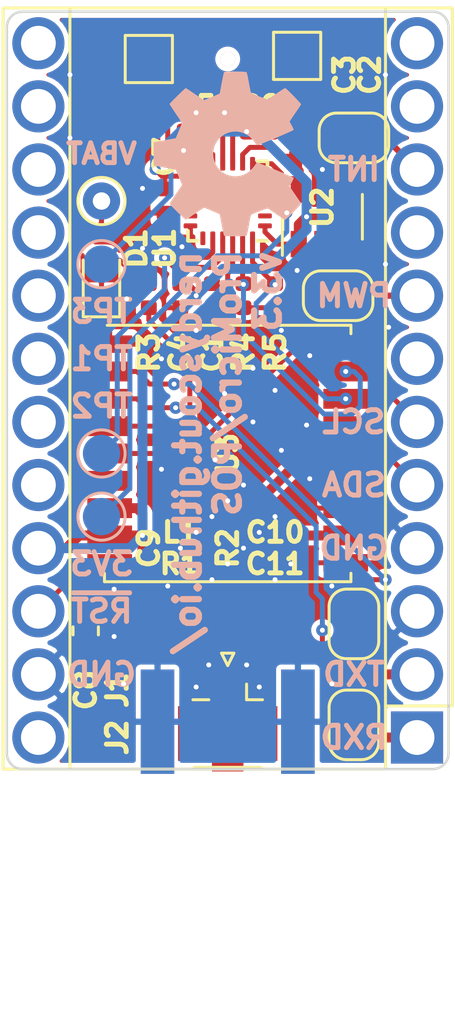
<source format=kicad_pcb>
(kicad_pcb (version 20171130) (host pcbnew 5.1.5)
  (title_block (title ProMicro_POS) (date 2020-11-19) (rev v3.3) (company nerdyscout))
  (layers (0 F.Cu mixed) (1 In1.Cu signal) (2 In2.Cu signal) (31 B.Cu mixed) (34 B.Paste user) (35 F.Paste user) (36 B.SilkS user) (37 F.SilkS user) (38 B.Mask user) (39 F.Mask user) (44 Edge.Cuts user))
  (net 0 "")
  (net 1 GND)
  (net 2 +3V3)
  (net 3 "Net-(L1-Pad1)")
  (net 4 "Net-(D1-Pad2)")
  (net 5 "Net-(C5-Pad1)")
  (net 6 "Net-(R1-Pad2)")
  (net 7 "Net-(TP1-Pad1)")
  (net 8 "Net-(TP2-Pad1)")
  (net 9 "Net-(TP3-Pad1)")
  (net 10 "Net-(JP1-Pad1)")
  (net 11 "Net-(JP2-Pad1)")
  (net 12 +1V8)
  (net 13 "Net-(C10-Pad1)")
  (net 14 "Net-(C11-Pad1)")
  (net 15 "Net-(JP3-Pad1)")
  (net 16 "Net-(JP4-Pad2)")
  (net 17 "Net-(R3-Pad2)")
  (net 18 "Net-(TP4-Pad1)")
  (net 19 RXD)
  (net 20 TXD)
  (net 21 SDA)
  (net 22 SCL)
  (net 23 PWM)
  (net 24 ~RST)
  (net 25 "Net-(A1-Pad13)")
  (net 26 "Net-(A1-Pad14)")
  (net 27 "Net-(A1-Pad15)")
  (net 28 "Net-(A1-Pad16)")
  (net 29 "Net-(A1-Pad7)")
  (net 30 "Net-(A1-Pad17)")
  (net 31 "Net-(A1-Pad18)")
  (net 32 "Net-(A1-Pad9)")
  (net 33 "Net-(A1-Pad19)")
  (net 34 INT)
  (net 35 "Net-(A1-Pad20)")
  (net 36 "Net-(A1-Pad11)")
  (net 37 "Net-(A1-Pad12)")
  (net 38 +5V)
  (net 39 "Net-(U2-Pad4)")
  (net 40 "Net-(U3-Pad13)")
  (net 41 "Net-(U3-Pad15)")
  (net 42 "Net-(U3-Pad18)")
  (module Symbol:OSHW-Symbol_6.7x6mm_SilkScreen (layer B.Cu) (at 144.78 78.105 270)
    (fp_text reference LOGO1 hide)
    (fp_text value Logo_Open_Hardware_Small hide)
  )
  (module Module:Sparkfun_Pro_Micro (layer F.Cu) (at 152.4 101.6 180)
    (fp_text reference A1 hide)
    (fp_text value Sparkfun_Pro_Micro)
    (pad 1 thru_hole rect (at 0 0 180) (size 2.1 2.1) (drill 1.4) (layers *.Cu *.Mask) (net 19 RXD))
    (pad 2 thru_hole circle (at 0 2.54 180) (size 2.1 2.1) (drill 1.4) (layers *.Cu *.Mask) (net 20 TXD))
    (pad 3 thru_hole circle (at 0 5.08 180) (size 2.1 2.1) (drill 1.4) (layers *.Cu *.Mask) (net 1 GND))
    (pad 13 thru_hole circle (at 15.24 27.94 180) (size 2.1 2.1) (drill 1.4) (layers *.Cu *.Mask) (net 25 "Net-(A1-Pad13)"))
    (pad 4 thru_hole circle (at 0 7.62 180) (size 2.1 2.1) (drill 1.4) (layers *.Cu *.Mask) (net 1 GND))
    (pad 14 thru_hole circle (at 15.24 25.4 180) (size 2.1 2.1) (drill 1.4) (layers *.Cu *.Mask) (net 26 "Net-(A1-Pad14)"))
    (pad 5 thru_hole circle (at 0 10.16 180) (size 2.1 2.1) (drill 1.4) (layers *.Cu *.Mask) (net 21 SDA))
    (pad 15 thru_hole circle (at 15.24 22.86 180) (size 2.1 2.1) (drill 1.4) (layers *.Cu *.Mask) (net 27 "Net-(A1-Pad15)"))
    (pad 6 thru_hole circle (at 0 12.7 180) (size 2.1 2.1) (drill 1.4) (layers *.Cu *.Mask) (net 22 SCL))
    (pad 16 thru_hole circle (at 15.24 20.32 180) (size 2.1 2.1) (drill 1.4) (layers *.Cu *.Mask) (net 28 "Net-(A1-Pad16)"))
    (pad 7 thru_hole circle (at 0 15.24 180) (size 2.1 2.1) (drill 1.4) (layers *.Cu *.Mask) (net 29 "Net-(A1-Pad7)"))
    (pad 17 thru_hole circle (at 15.24 17.78 180) (size 2.1 2.1) (drill 1.4) (layers *.Cu *.Mask) (net 30 "Net-(A1-Pad17)"))
    (pad 8 thru_hole circle (at 0 17.78 180) (size 2.1 2.1) (drill 1.4) (layers *.Cu *.Mask) (net 23 PWM))
    (pad 18 thru_hole circle (at 15.24 15.24 180) (size 2.1 2.1) (drill 1.4) (layers *.Cu *.Mask) (net 31 "Net-(A1-Pad18)"))
    (pad 9 thru_hole circle (at 0 20.32 180) (size 2.1 2.1) (drill 1.4) (layers *.Cu *.Mask) (net 32 "Net-(A1-Pad9)"))
    (pad 19 thru_hole circle (at 15.24 12.7 180) (size 2.1 2.1) (drill 1.4) (layers *.Cu *.Mask) (net 33 "Net-(A1-Pad19)"))
    (pad 10 thru_hole circle (at 0 22.86 180) (size 2.1 2.1) (drill 1.4) (layers *.Cu *.Mask) (net 34 INT))
    (pad 20 thru_hole circle (at 15.24 10.16 180) (size 2.1 2.1) (drill 1.4) (layers *.Cu *.Mask) (net 35 "Net-(A1-Pad20)"))
    (pad 11 thru_hole circle (at 0 25.4 180) (size 2.1 2.1) (drill 1.4) (layers *.Cu *.Mask) (net 36 "Net-(A1-Pad11)"))
    (pad 21 thru_hole circle (at 15.24 7.62 180) (size 2.1 2.1) (drill 1.4) (layers *.Cu *.Mask) (net 2 +3V3))
    (pad 12 thru_hole circle (at 0 27.94 180) (size 2.1 2.1) (drill 1.4) (layers *.Cu *.Mask) (net 37 "Net-(A1-Pad12)"))
    (pad 22 thru_hole circle (at 15.24 5.08 180) (size 2.1 2.1) (drill 1.4) (layers *.Cu *.Mask) (net 24 ~RST))
    (pad 23 thru_hole circle (at 15.24 2.54 180) (size 2.1 2.1) (drill 1.4) (layers *.Cu *.Mask) (net 1 GND))
    (pad 24 thru_hole circle (at 15.24 0 180) (size 2.1 2.1) (drill 1.4) (layers *.Cu *.Mask) (net 38 +5V))
  )
  (module Resistor_SMD:R_0402_1005Metric (layer F.Cu) (at 146.685 83.82 90)
    (fp_text reference R5 (at -2.286 0 90) (layer F.SilkS) (effects (font (size 0.8 0.8) (thickness 0.2))))
    (fp_text value 4k7 hide)
    (pad 2 smd roundrect (at 0.485 0 90) (size 0.59 0.64) (layers F.Cu F.Paste F.Mask) (net 21 SDA))
    (pad 1 smd roundrect (at -0.485 0 90) (size 0.59 0.64) (layers F.Cu F.Paste F.Mask) (net 2 +3V3))
  )
  (module Resistor_SMD:R_0402_1005Metric (layer F.Cu) (at 145.415 83.82 90)
    (fp_text reference R4 (at -2.286 0 90) (layer F.SilkS) (effects (font (size 0.8 0.8) (thickness 0.2))))
    (fp_text value 4k7 hide)
    (pad 2 smd roundrect (at 0.485 0 90) (size 0.59 0.64) (layers F.Cu F.Paste F.Mask) (net 22 SCL))
    (pad 1 smd roundrect (at -0.485 0 90) (size 0.59 0.64) (layers F.Cu F.Paste F.Mask) (net 2 +3V3))
  )
  (module MountingHole:MountingHole_2.1mm (layer F.Cu) (at 144.78 74.295)
    (fp_text reference H2 hide)
    (fp_text value MountingHole hide)
    (pad "" thru_hole circle (at 0 0) (size 0.6 0.6) (drill 0.6) (layers *.Cu *.Mask))
  )
  (module Package_TO_SOT_SMD:SOT-23-5 (layer F.Cu) (at 148.59 80.645 90)
    (fp_text reference U2 (at 0.381 0 270) (layer F.SilkS) (effects (font (size 0.8 0.8) (thickness 0.2))))
    (fp_text value AP2112K-1.8 hide)
    (pad 5 smd rect (at 1.1 -0.95 90) (size 1.06 0.65) (layers F.Cu F.Paste F.Mask) (net 12 +1V8))
    (pad 4 smd rect (at 1.1 0.95 90) (size 1.06 0.65) (layers F.Cu F.Paste F.Mask) (net 39 "Net-(U2-Pad4)"))
    (pad 3 smd rect (at -1.1 0.95 90) (size 1.06 0.65) (layers F.Cu F.Paste F.Mask) (net 2 +3V3))
    (pad 2 smd rect (at -1.1 0 90) (size 1.06 0.65) (layers F.Cu F.Paste F.Mask) (net 1 GND))
    (pad 1 smd rect (at -1.1 -0.95 90) (size 1.06 0.65) (layers F.Cu F.Paste F.Mask) (net 2 +3V3))
  )
  (module Capacitor_SMD:C_0402_1005Metric (layer F.Cu) (at 147.574 77.724 90)
    (fp_text reference C3 (at 2.794 1.905 270) (layer F.SilkS) (effects (font (size 0.8 0.8) (thickness 0.2))))
    (fp_text value 100n hide)
    (pad 2 smd roundrect (at 0.485 0 90) (size 0.59 0.64) (layers F.Cu F.Paste F.Mask) (net 1 GND))
    (pad 1 smd roundrect (at -0.485 0 90) (size 0.59 0.64) (layers F.Cu F.Paste F.Mask) (net 12 +1V8))
  )
  (module Capacitor_SMD:C_0402_1005Metric (layer F.Cu) (at 150.876 80.01 90)
    (fp_text reference C2 (at 5.08 -0.381 90) (layer F.SilkS) (effects (font (size 0.8 0.8) (thickness 0.2))))
    (fp_text value 100n hide)
    (pad 2 smd roundrect (at 0.485 0 90) (size 0.59 0.64) (layers F.Cu F.Paste F.Mask) (net 1 GND))
    (pad 1 smd roundrect (at -0.485 0 90) (size 0.59 0.64) (layers F.Cu F.Paste F.Mask) (net 2 +3V3))
  )
  (module Capacitor_SMD:C_0402_1005Metric (layer F.Cu) (at 144.145 83.82 270)
    (fp_text reference C1 (at 2.286 0 270) (layer F.SilkS) (effects (font (size 0.8 0.8) (thickness 0.2))))
    (fp_text value 100n hide)
    (pad 2 smd roundrect (at 0.485 0 270) (size 0.59 0.64) (layers F.Cu F.Paste F.Mask) (net 1 GND))
    (pad 1 smd roundrect (at -0.485 0 270) (size 0.59 0.64) (layers F.Cu F.Paste F.Mask) (net 2 +3V3))
  )
  (module TestPoint:TestPoint_Pad_D1.5mm (layer B.Cu) (at 139.7 92.71)
    (fp_text reference TP2 (at 0 -4.445) (layer B.SilkS) (effects (font (size 0.9 0.9) (thickness 0.2)) (justify mirror)))
    (fp_text value AUX_SCL hide)
    (pad 1 smd circle (at 0 0) (size 1.5 1.5) (layers B.Cu B.Mask) (net 8 "Net-(TP2-Pad1)"))
  )
  (module TestPoint:TestPoint_Pad_D1.5mm (layer B.Cu) (at 139.7 90.17)
    (fp_text reference TP1 (at 0 -3.81) (layer B.SilkS) (effects (font (size 0.9 0.9) (thickness 0.2)) (justify mirror)))
    (fp_text value AUX_SDA hide)
    (pad 1 smd circle (at 0 0) (size 1.5 1.5) (layers B.Cu B.Mask) (net 7 "Net-(TP1-Pad1)"))
  )
  (module TestPoint:TestPoint_Pad_D1.5mm (layer B.Cu) (at 139.7 82.55)
    (fp_text reference TP3 (at 0 1.905 180) (layer B.SilkS) (effects (font (size 0.9 0.9) (thickness 0.2)) (justify mirror)))
    (fp_text value FSYNC hide)
    (pad 1 smd circle (at 0 0) (size 1.5 1.5) (layers B.Cu B.Mask) (net 9 "Net-(TP3-Pad1)"))
  )
  (module TestPoint:TestPoint_THTPad_D1.5mm_Drill0.7mm (layer F.Cu) (at 139.7 80.01)
    (fp_text reference TP4 hide)
    (fp_text value VBAT (at 0 -1.905 -180) (layer B.SilkS) (effects (font (size 0.8 0.8) (thickness 0.2)) (justify mirror)))
    (pad 1 thru_hole circle (at 0 0) (size 1.5 1.5) (drill 0.7) (layers *.Cu *.Mask) (net 18 "Net-(TP4-Pad1)"))
  )
  (module Jumper:SolderJumper-2_P1.3mm_Open_RoundedPad1.0x1.5mm (layer F.Cu) (at 149.86 77.47)
    (fp_text reference JP1 hide)
    (fp_text value SolderJumper_2_Open hide)
    (pad 2 smd custom (at 0.65 0) (size 1 0.5) (layers F.Cu F.Mask) (net 34 INT) (options (clearance outline) (anchor rect)) (primitives (gr_circle (center 0 0.25) (end 0.5 0.25) (width 0)) (gr_circle (center 0 -0.25) (end 0.5 -0.25) (width 0)) (gr_poly (pts (xy 0 -0.75) (xy -0.5 -0.75) (xy -0.5 0.75) (xy 0 0.75)) (width 0))))
    (pad 1 smd custom (at -0.65 0) (size 1 0.5) (layers F.Cu F.Mask) (net 10 "Net-(JP1-Pad1)") (options (clearance outline) (anchor rect)) (primitives (gr_circle (center 0 0.25) (end 0.5 0.25) (width 0)) (gr_circle (center 0 -0.25) (end 0.5 -0.25) (width 0)) (gr_poly (pts (xy 0 -0.75) (xy 0.5 -0.75) (xy 0.5 0.75) (xy 0 0.75)) (width 0))))
  )
  (module Jumper:SolderJumper-2_P1.3mm_Bridged_RoundedPad1.0x1.5mm (layer F.Cu) (at 149.86 97.028 270)
    (fp_text reference JP3 hide)
    (fp_text value Jumper_NC_Small hide)
    (fp_poly (pts (xy 0.25 -0.3) (xy -0.25 -0.3) (xy -0.25 0.3) (xy 0.25 0.3)) (layer F.Cu) (width 0))
    (pad 1 smd custom (at -0.65 0 270) (size 1 0.5) (layers F.Cu F.Mask) (net 15 "Net-(JP3-Pad1)") (options (clearance outline) (anchor rect)) (primitives (gr_circle (center 0 0.25) (end 0.5 0.25) (width 0)) (gr_circle (center 0 -0.25) (end 0.5 -0.25) (width 0)) (gr_poly (pts (xy 0 -0.75) (xy 0.5 -0.75) (xy 0.5 0.75) (xy 0 0.75)) (width 0))))
    (pad 2 smd custom (at 0.65 0 270) (size 1 0.5) (layers F.Cu F.Mask) (net 20 TXD) (options (clearance outline) (anchor rect)) (primitives (gr_circle (center 0 0.25) (end 0.5 0.25) (width 0)) (gr_circle (center 0 -0.25) (end 0.5 -0.25) (width 0)) (gr_poly (pts (xy 0 -0.75) (xy -0.5 -0.75) (xy -0.5 0.75) (xy 0 0.75)) (width 0))))
  )
  (module Capacitor_SMD:C_0402_1005Metric (layer F.Cu) (at 142.875 83.82 270)
    (fp_text reference C4 (at 2.286 0 90) (layer F.SilkS) (effects (font (size 0.8 0.8) (thickness 0.2))))
    (fp_text value 100n hide)
    (pad 2 smd roundrect (at 0.485 0 270) (size 0.59 0.64) (layers F.Cu F.Paste F.Mask) (net 1 GND))
    (pad 1 smd roundrect (at -0.485 0 270) (size 0.59 0.64) (layers F.Cu F.Paste F.Mask) (net 2 +3V3))
  )
  (module Capacitor_SMD:C_0402_1005Metric (layer F.Cu) (at 142.24 80.01 270)
    (fp_text reference C7 (at -1.778 0 270) (layer F.SilkS) (effects (font (size 0.8 0.8) (thickness 0.2))))
    (fp_text value 100n hide)
    (pad 2 smd roundrect (at 0.485 0 270) (size 0.59 0.64) (layers F.Cu F.Paste F.Mask) (net 1 GND))
    (pad 1 smd roundrect (at -0.485 0 270) (size 0.59 0.64) (layers F.Cu F.Paste F.Mask) (net 2 +3V3))
  )
  (module Capacitor_SMD:C_0402_1005Metric (layer F.Cu) (at 141.097 97.005 270)
    (fp_text reference C9 (at -3.025 -0.508 90) (layer F.SilkS) (effects (font (size 0.8 0.8) (thickness 0.2))))
    (fp_text value 100n hide)
    (pad 2 smd roundrect (at 0.485 0 270) (size 0.59 0.64) (layers F.Cu F.Paste F.Mask) (net 1 GND))
    (pad 1 smd roundrect (at -0.485 0 270) (size 0.59 0.64) (layers F.Cu F.Paste F.Mask) (net 2 +3V3))
  )
  (module Jumper:SolderJumper-2_P1.3mm_Open_RoundedPad1.0x1.5mm (layer F.Cu) (at 149.225 83.82 180)
    (fp_text reference JP4 hide)
    (fp_text value SolderJumper_2_Open hide)
    (pad 2 smd custom (at 0.65 0 180) (size 1 0.5) (layers F.Cu F.Mask) (net 16 "Net-(JP4-Pad2)") (options (clearance outline) (anchor rect)) (primitives (gr_circle (center 0 0.25) (end 0.5 0.25) (width 0)) (gr_circle (center 0 -0.25) (end 0.5 -0.25) (width 0)) (gr_poly (pts (xy 0 -0.75) (xy -0.5 -0.75) (xy -0.5 0.75) (xy 0 0.75)) (width 0))))
    (pad 1 smd custom (at -0.65 0 180) (size 1 0.5) (layers F.Cu F.Mask) (net 23 PWM) (options (clearance outline) (anchor rect)) (primitives (gr_circle (center 0 0.25) (end 0.5 0.25) (width 0)) (gr_circle (center 0 -0.25) (end 0.5 -0.25) (width 0)) (gr_poly (pts (xy 0 -0.75) (xy 0.5 -0.75) (xy 0.5 0.75) (xy 0 0.75)) (width 0))))
  )
  (module TestPoint:TestPoint_Pad_1.5x1.5mm (layer F.Cu) (at 147.574 74.168 90)
    (fp_text reference TP6 hide)
    (fp_text value TestPoint hide)
    (pad 1 smd rect (at 0 0 90) (size 1.5 1.5) (layers F.Cu F.Mask) (net 1 GND))
  )
  (module TestPoint:TestPoint_Pad_1.5x1.5mm (layer F.Cu) (at 141.605 74.295)
    (fp_text reference TP5 hide)
    (fp_text value TestPoint hide)
    (pad 1 smd rect (at 0 0) (size 1.5 1.5) (layers F.Cu F.Mask) (net 1 GND))
  )
  (module Capacitor_SMD:C_0402_1005Metric (layer F.Cu) (at 146.05 77.216)
    (fp_text reference C6 (at 0 -1.016 180) (layer F.SilkS) (effects (font (size 0.8 0.8) (thickness 0.2))))
    (fp_text value 10n hide)
    (pad 2 smd roundrect (at 0.485 0) (size 0.59 0.64) (layers F.Cu F.Paste F.Mask) (net 1 GND))
    (pad 1 smd roundrect (at -0.485 0) (size 0.59 0.64) (layers F.Cu F.Paste F.Mask) (net 2 +3V3))
  )
  (module Capacitor_SMD:C_0402_1005Metric (layer F.Cu) (at 143.51 77.216 180)
    (fp_text reference C5 (at 0 1.016 180) (layer F.SilkS) (effects (font (size 0.8 0.8) (thickness 0.2))))
    (fp_text value 100n hide)
    (pad 2 smd roundrect (at 0.485 0 180) (size 0.59 0.64) (layers F.Cu F.Paste F.Mask) (net 1 GND))
    (pad 1 smd roundrect (at -0.485 0 180) (size 0.59 0.64) (layers F.Cu F.Paste F.Mask) (net 5 "Net-(C5-Pad1)"))
  )
  (module Sensor_Motion:InvenSense_QFN-24_3x3mm_P0.4mm (layer F.Cu) (at 144.78 80.01 180)
    (fp_text reference U1 (at 2.54 -1.905 270) (layer F.SilkS) (effects (font (size 0.8 0.8) (thickness 0.2))))
    (fp_text value MPU-9250 hide)
    (pad 24 smd roundrect (at -1 -1.5 270) (size 0.55 0.2) (layers F.Cu F.Paste F.Mask) (net 21 SDA))
    (pad 23 smd roundrect (at -0.6 -1.5 270) (size 0.55 0.2) (layers F.Cu F.Paste F.Mask) (net 22 SCL))
    (pad 22 smd roundrect (at -0.2 -1.5 270) (size 0.55 0.2) (layers F.Cu F.Paste F.Mask) (net 2 +3V3))
    (pad 21 smd roundrect (at 0.2 -1.5 270) (size 0.55 0.2) (layers F.Cu F.Paste F.Mask) (net 7 "Net-(TP1-Pad1)"))
    (pad 20 smd roundrect (at 0.6 -1.5 270) (size 0.55 0.2) (layers F.Cu F.Paste F.Mask) (net 1 GND))
    (pad 19 smd roundrect (at 1 -1.5 270) (size 0.55 0.2) (layers F.Cu F.Paste F.Mask))
    (pad 18 smd roundrect (at 1.5 -1 180) (size 0.55 0.2) (layers F.Cu F.Paste F.Mask) (net 1 GND))
    (pad 17 smd roundrect (at 1.5 -0.6 180) (size 0.55 0.2) (layers F.Cu F.Paste F.Mask))
    (pad 16 smd roundrect (at 1.5 -0.2 180) (size 0.55 0.2) (layers F.Cu F.Paste F.Mask))
    (pad 15 smd roundrect (at 1.5 0.2 180) (size 0.55 0.2) (layers F.Cu F.Paste F.Mask))
    (pad 14 smd roundrect (at 1.5 0.6 180) (size 0.55 0.2) (layers F.Cu F.Paste F.Mask))
    (pad 13 smd roundrect (at 1.5 1 180) (size 0.55 0.2) (layers F.Cu F.Paste F.Mask) (net 2 +3V3))
    (pad 12 smd roundrect (at 1 1.5 270) (size 0.55 0.2) (layers F.Cu F.Paste F.Mask) (net 10 "Net-(JP1-Pad1)"))
    (pad 11 smd roundrect (at 0.6 1.5 270) (size 0.55 0.2) (layers F.Cu F.Paste F.Mask) (net 9 "Net-(TP3-Pad1)"))
    (pad 10 smd roundrect (at 0.2 1.5 270) (size 0.55 0.2) (layers F.Cu F.Paste F.Mask) (net 5 "Net-(C5-Pad1)"))
    (pad 9 smd roundrect (at -0.2 1.5 270) (size 0.55 0.2) (layers F.Cu F.Paste F.Mask) (net 2 +3V3))
    (pad 8 smd roundrect (at -0.6 1.5 270) (size 0.55 0.2) (layers F.Cu F.Paste F.Mask) (net 12 +1V8))
    (pad 7 smd roundrect (at -1 1.5 270) (size 0.55 0.2) (layers F.Cu F.Paste F.Mask) (net 8 "Net-(TP2-Pad1)"))
    (pad 6 smd roundrect (at -1.5 1 180) (size 0.55 0.2) (layers F.Cu F.Paste F.Mask))
    (pad 5 smd roundrect (at -1.5 0.6 180) (size 0.55 0.2) (layers F.Cu F.Paste F.Mask))
    (pad 4 smd roundrect (at -1.5 0.2 180) (size 0.55 0.2) (layers F.Cu F.Paste F.Mask))
    (pad 3 smd roundrect (at -1.5 -0.2 180) (size 0.55 0.2) (layers F.Cu F.Paste F.Mask))
    (pad 2 smd roundrect (at -1.5 -0.6 180) (size 0.55 0.2) (layers F.Cu F.Paste F.Mask))
    (pad 1 smd roundrect (at -1.5 -1 180) (size 0.55 0.2) (layers F.Cu F.Paste F.Mask) (net 2 +3V3))
  )
  (module Jumper:SolderJumper-2_P1.3mm_Open_RoundedPad1.0x1.5mm (layer F.Cu) (at 149.86 101.092 270)
    (fp_text reference JP2 hide)
    (fp_text value Jumper_NO_Small hide)
    (pad 2 smd custom (at 0.65 0 270) (size 1 0.5) (layers F.Cu F.Mask) (net 19 RXD) (options (clearance outline) (anchor rect)) (primitives (gr_circle (center 0 0.25) (end 0.5 0.25) (width 0)) (gr_circle (center 0 -0.25) (end 0.5 -0.25) (width 0)) (gr_poly (pts (xy 0 -0.75) (xy -0.5 -0.75) (xy -0.5 0.75) (xy 0 0.75)) (width 0))))
    (pad 1 smd custom (at -0.65 0 270) (size 1 0.5) (layers F.Cu F.Mask) (net 11 "Net-(JP2-Pad1)") (options (clearance outline) (anchor rect)) (primitives (gr_circle (center 0 0.25) (end 0.5 0.25) (width 0)) (gr_circle (center 0 -0.25) (end 0.5 -0.25) (width 0)) (gr_poly (pts (xy 0 -0.75) (xy 0.5 -0.75) (xy 0.5 0.75) (xy 0 0.75)) (width 0))))
  )
  (module Connector_Coaxial:U.FL_Hirose_U.FL-R-SMT-1_Vertical (layer F.Cu) (at 144.78 100.965 270)
    (fp_text reference J1 (at -1.27 4.445 90) (layer F.SilkS) (effects (font (size 0.8 0.8) (thickness 0.2))))
    (fp_text value uFL)
    (pad 2 smd rect (at 0.475 -1.475 270) (size 2.2 1.05) (layers F.Cu F.Paste F.Mask) (net 1 GND))
    (pad 1 smd rect (at -1.05 0 270) (size 1.05 1) (layers F.Cu F.Paste F.Mask) (net 14 "Net-(C11-Pad1)"))
    (pad 2 smd rect (at 0.475 1.475 270) (size 2.2 1.05) (layers F.Cu F.Paste F.Mask) (net 1 GND))
  )
  (module Resistor_SMD:R_0402_1005Metric (layer F.Cu) (at 141.605 83.82 270)
    (fp_text reference R3 (at 2.286 0 90) (layer F.SilkS) (effects (font (size 0.8 0.8) (thickness 0.2))))
    (fp_text value 1k hide)
    (pad 2 smd roundrect (at 0.485 0 270) (size 0.59 0.64) (layers F.Cu F.Paste F.Mask) (net 17 "Net-(R3-Pad2)"))
    (pad 1 smd roundrect (at -0.485 0 270) (size 0.59 0.64) (layers F.Cu F.Paste F.Mask) (net 4 "Net-(D1-Pad2)"))
  )
  (module LED_SMD:LED_0603_1608Metric (layer F.Cu) (at 139.7 83.185 90)
    (fp_text reference D1 (at 1.27 1.397 270) (layer F.SilkS) (effects (font (size 0.8 0.8) (thickness 0.2))))
    (fp_text value LED hide)
    (pad 2 smd roundrect (at 0.7875 0 90) (size 0.875 0.95) (layers F.Cu F.Paste F.Mask) (net 4 "Net-(D1-Pad2)"))
    (pad 1 smd roundrect (at -0.7875 0 90) (size 0.875 0.95) (layers F.Cu F.Paste F.Mask) (net 1 GND))
  )
  (module Capacitor_SMD:C_0603_1608Metric (layer F.Cu) (at 139.065 97.3075 270)
    (fp_text reference C8 (at 2.3875 0 90) (layer F.SilkS) (effects (font (size 0.8 0.8) (thickness 0.2))))
    (fp_text value 4,7µ hide)
    (pad 2 smd roundrect (at 0.7875 0 270) (size 0.875 0.95) (layers F.Cu F.Paste F.Mask) (net 1 GND))
    (pad 1 smd roundrect (at -0.7875 0 270) (size 0.875 0.95) (layers F.Cu F.Paste F.Mask) (net 2 +3V3))
  )
  (module Resistor_SMD:R_0402_1005Metric (layer F.Cu) (at 142.875 96.52)
    (fp_text reference R1 (at -0.023 -1.905) (layer F.SilkS) (effects (font (size 0.8 0.8) (thickness 0.2))))
    (fp_text value 10 hide)
    (pad 2 smd roundrect (at 0.485 0) (size 0.59 0.64) (layers F.Cu F.Paste F.Mask) (net 6 "Net-(R1-Pad2)"))
    (pad 1 smd roundrect (at -0.485 0) (size 0.59 0.64) (layers F.Cu F.Paste F.Mask) (net 3 "Net-(L1-Pad1)"))
  )
  (module Inductor_SMD:L_0402_1005Metric (layer F.Cu) (at 142.875 97.79)
    (fp_text reference L1 (at 0 -4.445) (layer F.SilkS) (effects (font (size 0.8 0.8) (thickness 0.2))))
    (fp_text value 27n hide)
    (pad 2 smd roundrect (at 0.485 0) (size 0.59 0.64) (layers F.Cu F.Paste F.Mask) (net 14 "Net-(C11-Pad1)"))
    (pad 1 smd roundrect (at -0.485 0) (size 0.59 0.64) (layers F.Cu F.Paste F.Mask) (net 3 "Net-(L1-Pad1)"))
  )
  (module Resistor_SMD:R_0402_1005Metric (layer F.Cu) (at 144.78 97.155 90)
    (fp_text reference R2 (at 3.175 0 90) (layer F.SilkS) (effects (font (size 0.8 0.8) (thickness 0.2))))
    (fp_text value 0 hide)
    (pad 2 smd roundrect (at 0.485 0 90) (size 0.59 0.64) (layers F.Cu F.Paste F.Mask) (net 13 "Net-(C10-Pad1)"))
    (pad 1 smd roundrect (at -0.485 0 90) (size 0.59 0.64) (layers F.Cu F.Paste F.Mask) (net 14 "Net-(C11-Pad1)"))
  )
  (module Capacitor_SMD:C_0402_1005Metric (layer F.Cu) (at 146.685 97.79)
    (fp_text reference C11 (at 0 -3.175 180) (layer F.SilkS) (effects (font (size 0.8 0.8) (thickness 0.2))))
    (fp_text value DNP hide)
    (pad 2 smd roundrect (at 0.485 0) (size 0.59 0.64) (layers F.Cu F.Paste F.Mask) (net 1 GND))
    (pad 1 smd roundrect (at -0.485 0) (size 0.59 0.64) (layers F.Cu F.Paste F.Mask) (net 14 "Net-(C11-Pad1)"))
  )
  (module Capacitor_SMD:C_0402_1005Metric (layer F.Cu) (at 146.685 96.52)
    (fp_text reference C10 (at 0 -3.175 180) (layer F.SilkS) (effects (font (size 0.8 0.8) (thickness 0.2))))
    (fp_text value DNP hide)
    (pad 2 smd roundrect (at 0.485 0) (size 0.59 0.64) (layers F.Cu F.Paste F.Mask) (net 1 GND))
    (pad 1 smd roundrect (at -0.485 0) (size 0.59 0.64) (layers F.Cu F.Paste F.Mask) (net 13 "Net-(C10-Pad1)"))
  )
  (module Connector_Coaxial:SMA_Samtec_SMA-J-P-H-ST-EM1_EdgeMount (layer F.Cu) (at 144.78 100.965 270)
    (fp_text reference J2 (at 0.635 4.445 90) (layer F.SilkS) (effects (font (size 0.8 0.8) (thickness 0.2))))
    (fp_text value Coax)
    (pad 1 smd rect (at 0.2 0) (size 1.27 3.6) (layers F.Cu F.Paste F.Mask) (net 14 "Net-(C11-Pad1)"))
    (pad 2 smd rect (at 0 -2.825) (size 1.35 4.2) (layers F.Cu F.Paste F.Mask) (net 1 GND))
    (pad 2 smd rect (at 0 2.825) (size 1.35 4.2) (layers F.Cu F.Paste F.Mask) (net 1 GND))
    (pad 2 smd rect (at 0 -2.825) (size 1.35 4.2) (layers B.Cu B.Paste B.Mask) (net 1 GND))
    (pad 2 smd rect (at 0 2.825) (size 1.35 4.2) (layers B.Cu B.Paste B.Mask) (net 1 GND))
  )
  (module RF_GPS:ublox_MAX (layer F.Cu) (at 144.78 90.17)
    (fp_text reference U3 (at 0 0 90 unlocked) (layer F.SilkS) (effects (font (size 0.8 0.8) (thickness 0.2))))
    (fp_text value SIM28ML hide)
    (pad 1 smd rect (at -4.75 -4.4) (size 1.8 0.7) (layers F.Cu F.Paste F.Mask) (net 1 GND))
    (pad 2 smd rect (at -4.75 -3.3) (size 1.8 0.8) (layers F.Cu F.Paste F.Mask) (net 15 "Net-(JP3-Pad1)"))
    (pad 3 smd rect (at -4.75 -2.2) (size 1.8 0.8) (layers F.Cu F.Paste F.Mask) (net 11 "Net-(JP2-Pad1)"))
    (pad 4 smd rect (at -4.75 -1.1) (size 1.8 0.8) (layers F.Cu F.Paste F.Mask) (net 17 "Net-(R3-Pad2)"))
    (pad 5 smd rect (at -4.75 0) (size 1.8 0.8) (layers F.Cu F.Paste F.Mask) (net 16 "Net-(JP4-Pad2)"))
    (pad 6 smd rect (at -4.75 1.1) (size 1.8 0.8) (layers F.Cu F.Paste F.Mask) (net 18 "Net-(TP4-Pad1)"))
    (pad 7 smd rect (at -4.75 2.2) (size 1.8 0.8) (layers F.Cu F.Paste F.Mask) (net 2 +3V3))
    (pad 8 smd rect (at -4.75 3.3) (size 1.8 0.8) (layers F.Cu F.Paste F.Mask) (net 2 +3V3))
    (pad 9 smd rect (at -4.75 4.4) (size 1.8 0.7) (layers F.Cu F.Paste F.Mask) (net 24 ~RST))
    (pad 10 smd rect (at 4.75 4.4) (size 1.8 0.7) (layers F.Cu F.Paste F.Mask) (net 1 GND))
    (pad 11 smd rect (at 4.75 3.3) (size 1.8 0.8) (layers F.Cu F.Paste F.Mask) (net 13 "Net-(C10-Pad1)"))
    (pad 12 smd rect (at 4.75 2.2) (size 1.8 0.8) (layers F.Cu F.Paste F.Mask) (net 1 GND))
    (pad 13 smd rect (at 4.75 1.1) (size 1.8 0.8) (layers F.Cu F.Paste F.Mask) (net 40 "Net-(U3-Pad13)"))
    (pad 14 smd rect (at 4.75 0) (size 1.8 0.8) (layers F.Cu F.Paste F.Mask) (net 6 "Net-(R1-Pad2)"))
    (pad 15 smd rect (at 4.75 -1.1) (size 1.8 0.8) (layers F.Cu F.Paste F.Mask) (net 41 "Net-(U3-Pad15)"))
    (pad 16 smd rect (at 4.75 -2.2) (size 1.8 0.8) (layers F.Cu F.Paste F.Mask) (net 21 SDA))
    (pad 17 smd rect (at 4.75 -3.3) (size 1.8 0.8) (layers F.Cu F.Paste F.Mask) (net 22 SCL))
    (pad 18 smd rect (at 4.75 -4.4) (size 1.8 0.7) (layers F.Cu F.Paste F.Mask) (net 42 "Net-(U3-Pad18)"))
  )
  (gr_text INT (at 149.86 78.74) (layer B.SilkS) (effects (font (size 0.9 0.9) (thickness 0.2)) (justify mirror)))
  (gr_text PWM (at 149.86 83.82) (layer B.SilkS) (effects (font (size 0.9 0.9) (thickness 0.2)) (justify mirror)))
  (gr_text 3V3 (at 139.7 94.615) (layer B.SilkS) (effects (font (size 0.9 0.9) (thickness 0.2)) (justify mirror)))
  (gr_text ~RST (at 139.7 96.52) (layer B.SilkS) (effects (font (size 0.9 0.9) (thickness 0.2)) (justify mirror)))
  (gr_text GND (at 139.7 99.06) (layer B.SilkS) (effects (font (size 0.9 0.9) (thickness 0.2)) (justify mirror)))
  (gr_text RXD (at 149.86 101.6) (layer B.SilkS) (effects (font (size 0.9 0.9) (thickness 0.2)) (justify mirror)))
  (gr_text TXD (at 149.86 99.06) (layer B.SilkS) (effects (font (size 0.9 0.9) (thickness 0.2)) (justify mirror)))
  (gr_text GND (at 149.86 93.98) (layer B.SilkS) (effects (font (size 0.9 0.9) (thickness 0.2)) (justify mirror)))
  (gr_text SDA (at 149.86 91.44) (layer B.SilkS) (effects (font (size 0.9 0.9) (thickness 0.2)) (justify mirror)))
  (gr_text SCL (at 149.86 88.9) (layer B.SilkS) (effects (font (size 0.9 0.9) (thickness 0.2)) (justify mirror)))
  (gr_line (start 153.67 73.025) (end 153.67 102.235) (layer Edge.Cuts) (width 0.1))
  (gr_text "nerdyscout.github.io/\nProMicro/POS\nv3.3" (at 144.78 81.915 90) (layer B.SilkS) (effects (font (size 1 1) (thickness 0.25)) (justify left mirror)))
  (gr_arc (start 136.525 102.235) (end 135.89 102.235) (angle -90) (layer Edge.Cuts) (width 0.1))
  (gr_arc (start 136.525 73.025) (end 136.525 72.39) (angle -90) (layer Edge.Cuts) (width 0.1))
  (gr_arc (start 153.035 73.025) (end 153.67 73.025) (angle -90) (layer Edge.Cuts) (width 0.1))
  (gr_arc (start 153.035 102.235) (end 153.035 102.87) (angle -90) (layer Edge.Cuts) (width 0.1))
  (gr_line (start 136.525 72.39) (end 153.035 72.39) (layer Edge.Cuts) (width 0.1))
  (gr_line (start 135.89 102.235) (end 135.89 73.025) (layer Edge.Cuts) (width 0.1))
  (gr_line (start 153.035 102.87) (end 136.525 102.87) (layer Edge.Cuts) (width 0.1))
  (via (at 144.018 98.679) (size 0.5) (drill 0.2) (layers F.Cu B.Cu) (net 1))
  (via (at 145.542 98.679) (size 0.5) (drill 0.2) (layers F.Cu B.Cu) (net 1))
  (via (at 146.05 99.568) (size 0.5) (drill 0.2) (layers F.Cu B.Cu) (net 1))
  (via (at 143.51 99.568) (size 0.5) (drill 0.2) (layers F.Cu B.Cu) (net 1))
  (via (at 148.082 91.186) (size 0.5) (drill 0.2) (layers F.Cu B.Cu) (net 1))
  (via (at 144.145 95.25) (size 0.5) (drill 0.2) (layers F.Cu B.Cu) (net 1))
  (via (at 142.367 95.504) (size 0.5) (drill 0.2) (layers F.Cu B.Cu) (net 1))
  (via (at 140.208 97.536) (size 0.5) (drill 0.2) (layers F.Cu B.Cu) (net 1))
  (via (at 144.272 90.424) (size 0.5) (drill 0.2) (layers F.Cu B.Cu) (net 1))
  (via (at 145.415 91.44) (size 0.5) (drill 0.2) (layers F.Cu B.Cu) (net 1))
  (via (at 151.257 85.09) (size 0.5) (drill 0.2) (layers F.Cu B.Cu) (net 1))
  (via (at 146.939 90.043) (size 0.5) (drill 0.2) (layers F.Cu B.Cu) (net 1))
  (via (at 145.796 88.9) (size 0.5) (drill 0.2) (layers F.Cu B.Cu) (net 1))
  (via (at 146.685 92.71) (size 0.5) (drill 0.2) (layers F.Cu B.Cu) (net 1))
  (via (at 142.875 93.98) (size 0.5) (drill 0.2) (layers F.Cu B.Cu) (net 1))
  (via (at 144.78 94.615) (size 0.5) (drill 0.2) (layers F.Cu B.Cu) (net 1))
  (via (at 145.415 93.98) (size 0.5) (drill 0.2) (layers F.Cu B.Cu) (net 1))
  (via (at 146.05 93.345) (size 0.5) (drill 0.2) (layers F.Cu B.Cu) (net 1))
  (via (at 144.78 92.075) (size 0.5) (drill 0.2) (layers F.Cu B.Cu) (net 1))
  (via (at 144.145 92.71) (size 0.5) (drill 0.2) (layers F.Cu B.Cu) (net 1))
  (via (at 143.51 93.345) (size 0.5) (drill 0.2) (layers F.Cu B.Cu) (net 1))
  (via (at 146.685 95.25) (size 0.5) (drill 0.2) (layers F.Cu B.Cu) (net 1))
  (via (at 147.32 94.615) (size 0.5) (drill 0.2) (layers F.Cu B.Cu) (net 1))
  (via (at 147.955 89.027) (size 0.5) (drill 0.2) (layers F.Cu B.Cu) (net 1))
  (via (at 148.971 99.441) (size 0.5) (drill 0.2) (layers F.Cu B.Cu) (net 1))
  (via (at 140.589 99.441) (size 0.5) (drill 0.2) (layers F.Cu B.Cu) (net 1))
  (via (at 148.082 86.233) (size 0.5) (drill 0.2) (layers F.Cu B.Cu) (net 1))
  (via (at 144.653 87.757) (size 0.5) (drill 0.2) (layers F.Cu B.Cu) (net 1))
  (via (at 140.208 95.631) (size 0.5) (drill 0.2) (layers F.Cu B.Cu) (net 1))
  (via (at 148.971 95.504) (size 0.5) (drill 0.2) (layers F.Cu B.Cu) (net 1))
  (via (at 142.9385 81.8515) (size 0.45) (drill 0.2) (layers F.Cu B.Cu) (net 1))
  (via (at 142.113 86.36) (size 0.45) (drill 0.2) (layers F.Cu B.Cu) (net 1))
  (via (at 142.113 90.805) (size 0.45) (drill 0.2) (layers F.Cu B.Cu) (net 1))
  (via (at 143.51 85.217) (size 0.45) (drill 0.2) (layers F.Cu B.Cu) (net 1))
  (via (at 145.796 86.741) (size 0.45) (drill 0.2) (layers F.Cu B.Cu) (net 1))
  (via (at 146.685 87.63) (size 0.45) (drill 0.2) (layers F.Cu B.Cu) (net 1))
  (via (at 146.939 85.217) (size 0.45) (drill 0.2) (layers F.Cu B.Cu) (net 1))
  (via (at 147.574 82.804) (size 0.45) (drill 0.2) (layers F.Cu B.Cu) (net 1))
  (via (at 143.51 76.454) (size 0.45) (drill 0.2) (layers F.Cu B.Cu) (net 1))
  (via (at 144.653 76.454) (size 0.45) (drill 0.2) (layers F.Cu B.Cu) (net 1))
  (via (at 148.59 78.74) (size 0.45) (drill 0.2) (layers F.Cu B.Cu) (net 1))
  (via (at 141.351 81.915) (size 0.45) (drill 0.2) (layers F.Cu B.Cu) (net 1))
  (via (at 138.43 77.47) (size 0.45) (drill 0.2) (layers F.Cu B.Cu) (net 1))
  (via (at 138.43 74.93) (size 0.45) (drill 0.2) (layers F.Cu B.Cu) (net 1))
  (via (at 151.13 74.93) (size 0.45) (drill 0.2) (layers F.Cu B.Cu) (net 1))
  (via (at 151.13 82.55) (size 0.45) (drill 0.2) (layers F.Cu B.Cu) (net 1))
  (via (at 141.351 79.502) (size 0.45) (drill 0.2) (layers F.Cu B.Cu) (net 1))
  (via (at 140.716 83.947) (size 0.5) (drill 0.2) (layers F.Cu B.Cu) (net 1))
  (segment (start 138.29137 93.98) (end 137.16 93.98) (width 0.4) (layer F.Cu) (net 2))
  (segment (start 140.03 93.47) (end 138.80137 93.47) (width 0.4) (layer F.Cu) (net 2))
  (segment (start 138.80137 93.47) (end 138.29137 93.98) (width 0.4) (layer F.Cu) (net 2))
  (segment (start 141.097 96.52) (end 140.208 96.52) (width 0.4) (layer F.Cu) (net 2))
  (segment (start 140.208 96.52) (end 139.065 96.52) (width 0.4) (layer F.Cu) (net 2))
  (via (at 141.348994 93.47) (size 0.5) (drill 0.2) (layers F.Cu B.Cu) (net 2))
  (segment (start 137.16 93.98) (end 140.838994 93.98) (width 0.4) (layer B.Cu) (net 2))
  (segment (start 140.838994 93.98) (end 141.098995 93.719999) (width 0.4) (layer B.Cu) (net 2))
  (segment (start 141.097 96.52) (end 141.097 96.125) (width 0.4) (layer F.Cu) (net 2))
  (segment (start 141.098995 93.719999) (end 141.348994 93.47) (width 0.4) (layer B.Cu) (net 2))
  (segment (start 141.348994 95.873006) (end 141.348994 93.47) (width 0.4) (layer F.Cu) (net 2))
  (segment (start 141.097 96.125) (end 141.348994 95.873006) (width 0.4) (layer F.Cu) (net 2))
  (segment (start 141.13 92.37) (end 140.03 92.37) (width 0.4) (layer F.Cu) (net 2))
  (segment (start 141.351 92.591) (end 141.13 92.37) (width 0.4) (layer F.Cu) (net 2))
  (segment (start 141.351 93.216) (end 141.351 92.591) (width 0.4) (layer F.Cu) (net 2))
  (segment (start 141.348994 93.218006) (end 141.348994 93.47) (width 0.4) (layer F.Cu) (net 2))
  (segment (start 141.348994 93.47) (end 139.956 93.47) (width 0.4) (layer F.Cu) (net 2))
  (via (at 145.542 77.216) (size 0.45) (drill 0.2) (layers F.Cu B.Cu) (net 2))
  (segment (start 145.161 77.216) (end 144.98 77.397) (width 0.2) (layer F.Cu) (net 2))
  (segment (start 144.98 77.397) (end 144.98 78.51) (width 0.2) (layer F.Cu) (net 2))
  (segment (start 145.542 77.216) (end 145.161 77.216) (width 0.2) (layer F.Cu) (net 2))
  (segment (start 146.28 81.256) (end 146.28 81.01) (width 0.2) (layer F.Cu) (net 2))
  (segment (start 146.769 81.745) (end 146.28 81.256) (width 0.2) (layer F.Cu) (net 2))
  (segment (start 147.64 81.745) (end 146.769 81.745) (width 0.2) (layer F.Cu) (net 2))
  (segment (start 146.685 84.305) (end 146.073 84.305) (width 0.2) (layer F.Cu) (net 2))
  (segment (start 145.415 84.305) (end 146.073 84.305) (width 0.2) (layer F.Cu) (net 2))
  (segment (start 144.757 83.335) (end 144.145 83.335) (width 0.2) (layer F.Cu) (net 2))
  (segment (start 144.78 83.312) (end 144.757 83.335) (width 0.2) (layer F.Cu) (net 2))
  (segment (start 144.78 84.074) (end 144.78 83.312) (width 0.2) (layer F.Cu) (net 2))
  (segment (start 145.415 84.305) (end 145.011 84.305) (width 0.2) (layer F.Cu) (net 2))
  (segment (start 145.011 84.305) (end 144.78 84.074) (width 0.2) (layer F.Cu) (net 2))
  (segment (start 144.145 83.335) (end 143.825 83.335) (width 0.2) (layer F.Cu) (net 2))
  (segment (start 143.195 83.335) (end 143.51 83.65) (width 0.2) (layer F.Cu) (net 2))
  (segment (start 143.825 83.335) (end 143.51 83.65) (width 0.2) (layer F.Cu) (net 2))
  (segment (start 142.875 83.335) (end 143.195 83.335) (width 0.2) (layer F.Cu) (net 2))
  (segment (start 143.51 83.65) (end 143.51 83.82) (width 0.2) (layer F.Cu) (net 2))
  (via (at 143.51 83.82) (size 0.45) (drill 0.2) (layers F.Cu B.Cu) (net 2))
  (segment (start 141.351 85.979) (end 143.51 83.82) (width 0.4) (layer B.Cu) (net 2))
  (segment (start 141.351 86.36) (end 141.351 85.979) (width 0.4) (layer B.Cu) (net 2))
  (segment (start 141.348994 86.362006) (end 141.351 86.36) (width 0.4) (layer B.Cu) (net 2))
  (segment (start 141.348994 93.47) (end 141.348994 86.362006) (width 0.4) (layer B.Cu) (net 2))
  (segment (start 144.78 83.185) (end 144.78 83.312) (width 0.2) (layer F.Cu) (net 2))
  (segment (start 144.78 82.931) (end 144.78 83.185) (width 0.2) (layer F.Cu) (net 2))
  (segment (start 144.98 82.731) (end 144.78 82.931) (width 0.2) (layer F.Cu) (net 2))
  (segment (start 144.98 81.51) (end 144.98 82.731) (width 0.2) (layer F.Cu) (net 2))
  (segment (start 147.955 80.645) (end 149.352 80.645) (width 0.4) (layer F.Cu) (net 2))
  (segment (start 147.64 80.96) (end 147.955 80.645) (width 0.4) (layer F.Cu) (net 2))
  (segment (start 147.64 81.745) (end 147.64 80.96) (width 0.4) (layer F.Cu) (net 2))
  (segment (start 150.114 80.518) (end 150.853 80.518) (width 0.4) (layer F.Cu) (net 2))
  (segment (start 149.987 80.645) (end 150.114 80.518) (width 0.4) (layer F.Cu) (net 2))
  (segment (start 150.853 80.518) (end 150.876 80.495) (width 0.4) (layer F.Cu) (net 2))
  (segment (start 149.352 80.645) (end 149.987 80.645) (width 0.4) (layer F.Cu) (net 2))
  (segment (start 149.54 80.711) (end 149.606 80.645) (width 0.4) (layer F.Cu) (net 2))
  (segment (start 149.54 81.745) (end 149.54 80.711) (width 0.4) (layer F.Cu) (net 2))
  (via (at 147.955 80.645) (size 0.45) (drill 0.2) (layers F.Cu B.Cu) (net 2))
  (segment (start 146.3675 82.7405) (end 147.955 81.153) (width 0.4) (layer B.Cu) (net 2))
  (segment (start 144.5895 82.7405) (end 146.3675 82.7405) (width 0.4) (layer B.Cu) (net 2))
  (segment (start 143.51 83.82) (end 144.5895 82.7405) (width 0.4) (layer B.Cu) (net 2))
  (segment (start 147.955 81.153) (end 147.955 80.645) (width 0.4) (layer B.Cu) (net 2))
  (segment (start 142.875 77.216) (end 141.859 78.232) (width 0.4) (layer B.Cu) (net 2))
  (segment (start 145.542 77.216) (end 142.875 77.216) (width 0.4) (layer B.Cu) (net 2))
  (segment (start 141.859 78.421802) (end 141.859 78.74) (width 0.4) (layer B.Cu) (net 2))
  (segment (start 141.859 78.232) (end 141.859 78.421802) (width 0.4) (layer B.Cu) (net 2))
  (via (at 141.859 78.74) (size 0.45) (drill 0.2) (layers F.Cu B.Cu) (net 2))
  (segment (start 142.129 79.01) (end 141.859 78.74) (width 0.2) (layer F.Cu) (net 2))
  (segment (start 142.256 79.01) (end 142.256 79.486) (width 0.2) (layer F.Cu) (net 2))
  (segment (start 143.28 79.01) (end 142.256 79.01) (width 0.2) (layer F.Cu) (net 2))
  (segment (start 142.256 79.01) (end 142.129 79.01) (width 0.2) (layer F.Cu) (net 2))
  (segment (start 145.923 77.216) (end 145.542 77.216) (width 0.4) (layer B.Cu) (net 2))
  (segment (start 147.955 79.248) (end 145.923 77.216) (width 0.4) (layer B.Cu) (net 2))
  (segment (start 147.955 80.645) (end 147.955 79.248) (width 0.4) (layer B.Cu) (net 2))
  (segment (start 142.39 97.79) (end 142.39 97.305) (width 0.4) (layer F.Cu) (net 3))
  (segment (start 142.39 96.52) (end 142.39 97.305) (width 0.4) (layer F.Cu) (net 3))
  (segment (start 140.716 82.677) (end 140.4365 82.3975) (width 0.2) (layer F.Cu) (net 4))
  (segment (start 140.716 82.931) (end 140.716 82.677) (width 0.2) (layer F.Cu) (net 4))
  (segment (start 140.4365 82.3975) (end 139.7 82.3975) (width 0.2) (layer F.Cu) (net 4))
  (segment (start 141.12 83.335) (end 140.716 82.931) (width 0.2) (layer F.Cu) (net 4))
  (segment (start 141.605 83.335) (end 141.12 83.335) (width 0.2) (layer F.Cu) (net 4))
  (segment (start 144.58 77.397) (end 144.399 77.216) (width 0.2) (layer F.Cu) (net 5))
  (segment (start 144.58 78.51) (end 144.58 77.397) (width 0.2) (layer F.Cu) (net 5))
  (segment (start 143.995 77.216) (end 144.399 77.216) (width 0.2) (layer F.Cu) (net 5))
  (segment (start 147.955 90.17) (end 149.53 90.17) (width 0.4) (layer F.Cu) (net 6))
  (segment (start 143.36 96.52) (end 143.36 94.765) (width 0.4) (layer F.Cu) (net 6))
  (segment (start 143.36 94.765) (end 147.955 90.17) (width 0.4) (layer F.Cu) (net 6))
  (via (at 142.24 82.296) (size 0.45) (drill 0.2) (layers F.Cu B.Cu) (net 7))
  (segment (start 142.621 82.677) (end 142.24 82.296) (width 0.2) (layer F.Cu) (net 7))
  (segment (start 144.145 82.677) (end 142.621 82.677) (width 0.2) (layer F.Cu) (net 7))
  (segment (start 144.58 82.242) (end 144.145 82.677) (width 0.2) (layer F.Cu) (net 7))
  (segment (start 144.58 81.51) (end 144.58 82.242) (width 0.2) (layer F.Cu) (net 7))
  (segment (start 142.24 83.566) (end 142.24 82.296) (width 0.2) (layer B.Cu) (net 7))
  (segment (start 140.335 85.471) (end 142.24 83.566) (width 0.2) (layer B.Cu) (net 7))
  (segment (start 140.335 89.535) (end 140.335 85.471) (width 0.2) (layer B.Cu) (net 7))
  (segment (start 139.7 90.17) (end 140.335 89.535) (width 0.2) (layer B.Cu) (net 7))
  (via (at 147.158717 80.483662) (size 0.45) (drill 0.2) (layers F.Cu B.Cu) (net 8))
  (segment (start 140.843 91.567) (end 139.7 92.71) (width 0.2) (layer B.Cu) (net 8))
  (segment (start 140.843 85.725) (end 140.843 91.567) (width 0.2) (layer B.Cu) (net 8))
  (segment (start 144.35299 82.21501) (end 140.843 85.725) (width 0.2) (layer B.Cu) (net 8))
  (segment (start 146.185868 82.21501) (end 144.35299 82.21501) (width 0.2) (layer B.Cu) (net 8))
  (segment (start 147.158717 81.242161) (end 146.185868 82.21501) (width 0.2) (layer B.Cu) (net 8))
  (segment (start 147.158717 80.483662) (end 147.158717 81.242161) (width 0.2) (layer B.Cu) (net 8))
  (segment (start 146.939 80.263945) (end 147.158717 80.483662) (width 0.2) (layer F.Cu) (net 8))
  (segment (start 146.54999 78.51) (end 146.939 78.89901) (width 0.2) (layer F.Cu) (net 8))
  (segment (start 146.939 78.89901) (end 146.939 80.263945) (width 0.2) (layer F.Cu) (net 8))
  (segment (start 145.78 78.51) (end 146.54999 78.51) (width 0.2) (layer F.Cu) (net 8))
  (segment (start 144.18 78.51) (end 144.18 78.14) (width 0.2) (layer F.Cu) (net 9))
  (segment (start 143.97499 77.93499) (end 143.42601 77.93499) (width 0.2) (layer F.Cu) (net 9))
  (segment (start 144.18 78.14) (end 143.97499 77.93499) (width 0.2) (layer F.Cu) (net 9))
  (via (at 143.002 77.978) (size 0.45) (drill 0.2) (layers F.Cu B.Cu) (net 9))
  (segment (start 143.383 77.978) (end 143.002 77.978) (width 0.2) (layer F.Cu) (net 9))
  (segment (start 143.42601 77.93499) (end 143.383 77.978) (width 0.2) (layer F.Cu) (net 9))
  (segment (start 143.002 77.978) (end 142.494 78.486) (width 0.2) (layer B.Cu) (net 9))
  (segment (start 142.494 78.486) (end 142.494 79.756) (width 0.2) (layer B.Cu) (net 9))
  (segment (start 142.494 79.756) (end 139.7 82.55) (width 0.2) (layer B.Cu) (net 9))
  (segment (start 148.463 75.819) (end 149.225 76.581) (width 0.2) (layer F.Cu) (net 10))
  (segment (start 143.002 75.819) (end 148.463 75.819) (width 0.2) (layer F.Cu) (net 10))
  (segment (start 142.367 76.454) (end 143.002 75.819) (width 0.2) (layer F.Cu) (net 10))
  (segment (start 142.367 78.232) (end 142.367 76.454) (width 0.2) (layer F.Cu) (net 10))
  (segment (start 142.645 78.51) (end 142.367 78.232) (width 0.2) (layer F.Cu) (net 10))
  (segment (start 149.225 76.581) (end 149.225 77.47) (width 0.2) (layer F.Cu) (net 10))
  (segment (start 143.78 78.51) (end 142.645 78.51) (width 0.2) (layer F.Cu) (net 10))
  (segment (start 142.330947 88.3285) (end 142.6845 88.3285) (width 0.2) (layer F.Cu) (net 11))
  (segment (start 141.13 87.97) (end 141.4885 88.3285) (width 0.2) (layer F.Cu) (net 11))
  (segment (start 141.4885 88.3285) (end 142.330947 88.3285) (width 0.2) (layer F.Cu) (net 11))
  (segment (start 140.03 87.97) (end 141.13 87.97) (width 0.2) (layer F.Cu) (net 11))
  (via (at 142.6845 88.3285) (size 0.5) (drill 0.2) (layers F.Cu B.Cu) (net 11))
  (segment (start 148.59 97.635553) (end 148.59 97.282) (width 0.2) (layer F.Cu) (net 11))
  (segment (start 148.59 97.889553) (end 148.59 97.635553) (width 0.2) (layer F.Cu) (net 11))
  (segment (start 149.86 99.159553) (end 148.59 97.889553) (width 0.2) (layer F.Cu) (net 11))
  (segment (start 149.86 100.3) (end 149.86 99.159553) (width 0.2) (layer F.Cu) (net 11))
  (via (at 148.59 97.282) (size 0.5) (drill 0.2) (layers F.Cu B.Cu) (net 11))
  (segment (start 148.59 96.012) (end 148.59 97.282) (width 0.2) (layer B.Cu) (net 11))
  (segment (start 148.340001 95.762001) (end 148.59 96.012) (width 0.2) (layer B.Cu) (net 11))
  (segment (start 148.340001 93.095001) (end 148.340001 95.762001) (width 0.2) (layer B.Cu) (net 11))
  (segment (start 143.5735 88.3285) (end 148.340001 93.095001) (width 0.2) (layer B.Cu) (net 11))
  (segment (start 142.6845 88.3285) (end 143.5735 88.3285) (width 0.2) (layer B.Cu) (net 11))
  (segment (start 145.669 77.851) (end 146.558 77.851) (width 0.2) (layer F.Cu) (net 12))
  (segment (start 145.38 78.14) (end 145.669 77.851) (width 0.2) (layer F.Cu) (net 12))
  (segment (start 145.38 78.51) (end 145.38 78.14) (width 0.2) (layer F.Cu) (net 12))
  (segment (start 146.916 78.209) (end 146.558 77.851) (width 0.2) (layer F.Cu) (net 12))
  (segment (start 147.574 78.209) (end 146.916 78.209) (width 0.2) (layer F.Cu) (net 12))
  (segment (start 147.64 79.545) (end 147.64 78.806) (width 0.4) (layer F.Cu) (net 12))
  (segment (start 147.574 78.74) (end 147.574 78.232) (width 0.4) (layer F.Cu) (net 12))
  (segment (start 147.64 78.806) (end 147.574 78.74) (width 0.4) (layer F.Cu) (net 12))
  (segment (start 144.78 96.67) (end 144.78 95.885) (width 0.4) (layer F.Cu) (net 13))
  (segment (start 147.195 93.47) (end 144.78 95.885) (width 0.4) (layer F.Cu) (net 13))
  (segment (start 149.53 93.47) (end 147.195 93.47) (width 0.4) (layer F.Cu) (net 13))
  (segment (start 146.2 96.52) (end 145.415 96.52) (width 0.4) (layer F.Cu) (net 13))
  (segment (start 145.265 96.67) (end 145.415 96.52) (width 0.4) (layer F.Cu) (net 13))
  (segment (start 144.78 96.67) (end 145.265 96.67) (width 0.4) (layer F.Cu) (net 13))
  (segment (start 143.891 97.79) (end 143.36 97.79) (width 0.4) (layer F.Cu) (net 14))
  (segment (start 144.018 97.79) (end 143.891 97.79) (width 0.4) (layer F.Cu) (net 14))
  (segment (start 144.168 97.64) (end 144.018 97.79) (width 0.4) (layer F.Cu) (net 14))
  (segment (start 144.78 97.64) (end 144.168 97.64) (width 0.4) (layer F.Cu) (net 14))
  (segment (start 145.415 97.663) (end 144.78 97.663) (width 0.4) (layer F.Cu) (net 14))
  (segment (start 145.542 97.79) (end 145.415 97.663) (width 0.4) (layer F.Cu) (net 14))
  (segment (start 146.2 97.79) (end 145.542 97.79) (width 0.4) (layer F.Cu) (net 14))
  (segment (start 144.78 97.663) (end 144.78 99.915) (width 0.4) (layer F.Cu) (net 14))
  (via (at 151.13 95.25) (size 0.5) (drill 0.2) (layers F.Cu B.Cu) (net 15))
  (segment (start 141.636 87.376) (end 142.621 87.376) (width 0.2) (layer F.Cu) (net 15))
  (segment (start 141.13 86.87) (end 141.636 87.376) (width 0.2) (layer F.Cu) (net 15))
  (segment (start 140.03 86.87) (end 141.13 86.87) (width 0.2) (layer F.Cu) (net 15))
  (via (at 142.621 87.376) (size 0.5) (drill 0.2) (layers F.Cu B.Cu) (net 15))
  (segment (start 143.256 87.376) (end 142.621 87.376) (width 0.2) (layer B.Cu) (net 15))
  (segment (start 151.13 95.25) (end 143.256 87.376) (width 0.2) (layer B.Cu) (net 15))
  (segment (start 149.86 95.758) (end 150.368 95.25) (width 0.2) (layer F.Cu) (net 15))
  (segment (start 150.368 95.25) (end 151.13 95.25) (width 0.2) (layer F.Cu) (net 15))
  (segment (start 149.86 96.505) (end 149.86 95.758) (width 0.2) (layer F.Cu) (net 15))
  (segment (start 143.256 90.17) (end 140.03 90.17) (width 0.2) (layer F.Cu) (net 16))
  (segment (start 147.701 85.725) (end 143.256 90.17) (width 0.2) (layer F.Cu) (net 16))
  (segment (start 147.701 84.8995) (end 147.701 85.725) (width 0.2) (layer F.Cu) (net 16))
  (segment (start 148.575 84.0255) (end 147.701 84.8995) (width 0.2) (layer F.Cu) (net 16))
  (segment (start 148.575 83.82) (end 148.575 84.0255) (width 0.2) (layer F.Cu) (net 16))
  (segment (start 141.605 84.798502) (end 141.605 84.455) (width 0.2) (layer F.Cu) (net 17))
  (segment (start 143.256 86.449502) (end 141.605 84.798502) (width 0.2) (layer F.Cu) (net 17))
  (segment (start 143.256 88.773) (end 143.256 86.449502) (width 0.2) (layer F.Cu) (net 17))
  (segment (start 142.959 89.07) (end 143.256 88.773) (width 0.2) (layer F.Cu) (net 17))
  (segment (start 140.03 89.07) (end 142.959 89.07) (width 0.2) (layer F.Cu) (net 17))
  (segment (start 139.7 80.899) (end 139.7 80.01) (width 0.2) (layer F.Cu) (net 18))
  (segment (start 138.557 82.042) (end 139.7 80.899) (width 0.2) (layer F.Cu) (net 18))
  (segment (start 138.557 90.897) (end 138.557 82.042) (width 0.2) (layer F.Cu) (net 18))
  (segment (start 138.93 91.27) (end 138.557 90.897) (width 0.2) (layer F.Cu) (net 18))
  (segment (start 140.03 91.27) (end 138.93 91.27) (width 0.2) (layer F.Cu) (net 18))
  (segment (start 152.4 101.6) (end 149.86 101.6) (width 0.4) (layer F.Cu) (net 19))
  (segment (start 149.86 97.805) (end 149.86 98.425) (width 0.4) (layer F.Cu) (net 20))
  (segment (start 149.86 98.425) (end 150.495 99.06) (width 0.4) (layer F.Cu) (net 20))
  (segment (start 150.495 99.06) (end 152.4 99.06) (width 0.4) (layer F.Cu) (net 20))
  (segment (start 151.003 88.343) (end 151.003 90.043) (width 0.2) (layer F.Cu) (net 21))
  (segment (start 151.003 90.043) (end 152.4 91.44) (width 0.2) (layer F.Cu) (net 21))
  (segment (start 149.53 87.97) (end 150.63 87.97) (width 0.2) (layer F.Cu) (net 21))
  (segment (start 150.63 87.97) (end 151.003 88.343) (width 0.2) (layer F.Cu) (net 21))
  (via (at 149.53 87.97) (size 0.5) (drill 0.2) (layers F.Cu B.Cu) (net 21))
  (segment (start 146.685 83.335) (end 146.685 83.36551) (width 0.2) (layer F.Cu) (net 21))
  (segment (start 146.67501 83.36551) (end 146.685 83.36551) (width 0.2) (layer F.Cu) (net 21))
  (segment (start 145.78 81.51) (end 145.78 82.4705) (width 0.2) (layer F.Cu) (net 21))
  (segment (start 145.78 82.4705) (end 146.67501 83.36551) (width 0.2) (layer F.Cu) (net 21))
  (segment (start 145.923 84.12751) (end 146.685 83.36551) (width 0.2) (layer B.Cu) (net 21))
  (segment (start 145.923 85.142002) (end 145.923 84.12751) (width 0.2) (layer B.Cu) (net 21))
  (segment (start 148.750998 87.97) (end 145.923 85.142002) (width 0.2) (layer B.Cu) (net 21))
  (segment (start 149.53 87.97) (end 148.750998 87.97) (width 0.2) (layer B.Cu) (net 21))
  (via (at 146.685 83.3755) (size 0.45) (drill 0.2) (layers F.Cu B.Cu) (net 21))
  (via (at 145.415 83.36551) (size 0.45) (drill 0.2) (layers F.Cu B.Cu) (net 22))
  (segment (start 151.003 87.503) (end 152.4 88.9) (width 0.2) (layer F.Cu) (net 22))
  (segment (start 151.003 86.995) (end 151.003 87.503) (width 0.2) (layer F.Cu) (net 22))
  (segment (start 149.53 86.87) (end 150.878 86.87) (width 0.2) (layer F.Cu) (net 22))
  (segment (start 150.878 86.87) (end 151.003 86.995) (width 0.2) (layer F.Cu) (net 22))
  (via (at 149.53 86.87) (size 0.5) (drill 0.2) (layers F.Cu B.Cu) (net 22))
  (segment (start 145.415 85.344) (end 145.415 83.683708) (width 0.2) (layer B.Cu) (net 22))
  (segment (start 145.415 83.683708) (end 145.415 83.36551) (width 0.2) (layer B.Cu) (net 22))
  (segment (start 149.7965 88.5825) (end 148.6535 88.5825) (width 0.2) (layer B.Cu) (net 22))
  (segment (start 150.114 88.265) (end 149.7965 88.5825) (width 0.2) (layer B.Cu) (net 22))
  (segment (start 150.114 87.122) (end 150.114 88.265) (width 0.2) (layer B.Cu) (net 22))
  (segment (start 148.6535 88.5825) (end 145.415 85.344) (width 0.2) (layer B.Cu) (net 22))
  (segment (start 149.862 86.87) (end 150.114 87.122) (width 0.2) (layer B.Cu) (net 22))
  (segment (start 149.53 86.87) (end 149.862 86.87) (width 0.2) (layer B.Cu) (net 22))
  (segment (start 145.38 81.51) (end 145.38 83.33051) (width 0.2) (layer F.Cu) (net 22))
  (segment (start 149.875 83.82) (end 152.4 83.82) (width 0.25) (layer F.Cu) (net 23))
  (segment (start 138.176 95.504) (end 137.16 96.52) (width 0.2) (layer F.Cu) (net 24))
  (segment (start 140.03 94.57) (end 139.11 94.57) (width 0.2) (layer F.Cu) (net 24))
  (segment (start 139.11 94.57) (end 138.176 95.504) (width 0.2) (layer F.Cu) (net 24))
  (segment (start 151.13 77.47) (end 150.495 77.47) (width 0.25) (layer F.Cu) (net 34))
  (segment (start 152.4 78.74) (end 151.13 77.47) (width 0.25) (layer F.Cu) (net 34))
  (zone (net 1) (net_name GND) (layer F.Cu) (connect_pads (clearance 0.2)) (min_thickness 0.15) (fill yes (arc_segments 32) (thermal_gap 0.25) (thermal_bridge_width 0.2))
    (polygon (pts (xy 135.89 72.39) (xy 153.67 72.39) (xy 153.669998 102.87) (xy 135.89 102.87)))
  )
  (zone (net 1) (net_name GND) (layer B.Cu) (connect_pads (clearance 0.2)) (min_thickness 0.2) (fill yes (arc_segments 32) (thermal_gap 0.2) (thermal_bridge_width 0.25))
    (polygon (pts (xy 135.89 72.39) (xy 153.67 72.39) (xy 153.669998 102.87) (xy 135.89 102.87)))
  )
  (zone (net 0) (net_name "") (layer B.Cu) (connect_pads (clearance 0.254)) (min_thickness 0.254)
    (keepout (tracks not_allowed) (vias not_allowed) (copperpour not_allowed))
    (fill (arc_segments 32) (thermal_gap 0.508) (thermal_bridge_width 0.508))
    (polygon (pts (xy 146.685 81.28) (xy 146.05 81.915) (xy 143.51 81.915) (xy 142.875 81.28) (xy 142.875 78.74) (xy 143.51 78.105) (xy 146.05 78.105) (xy 146.685 78.74)))
  )
  (zone (net 0) (net_name "") (layer F.Cu) (connect_pads (clearance 0.2)) (min_thickness 0.15)
    (keepout (tracks allowed) (vias allowed) (copperpour not_allowed))
    (fill (arc_segments 32) (thermal_gap 0.2) (thermal_bridge_width 0.2))
    (polygon (pts (xy 143.51 78.74) (xy 146.05 78.74) (xy 146.05 81.28) (xy 143.51 81.28)))
  )
)
</source>
